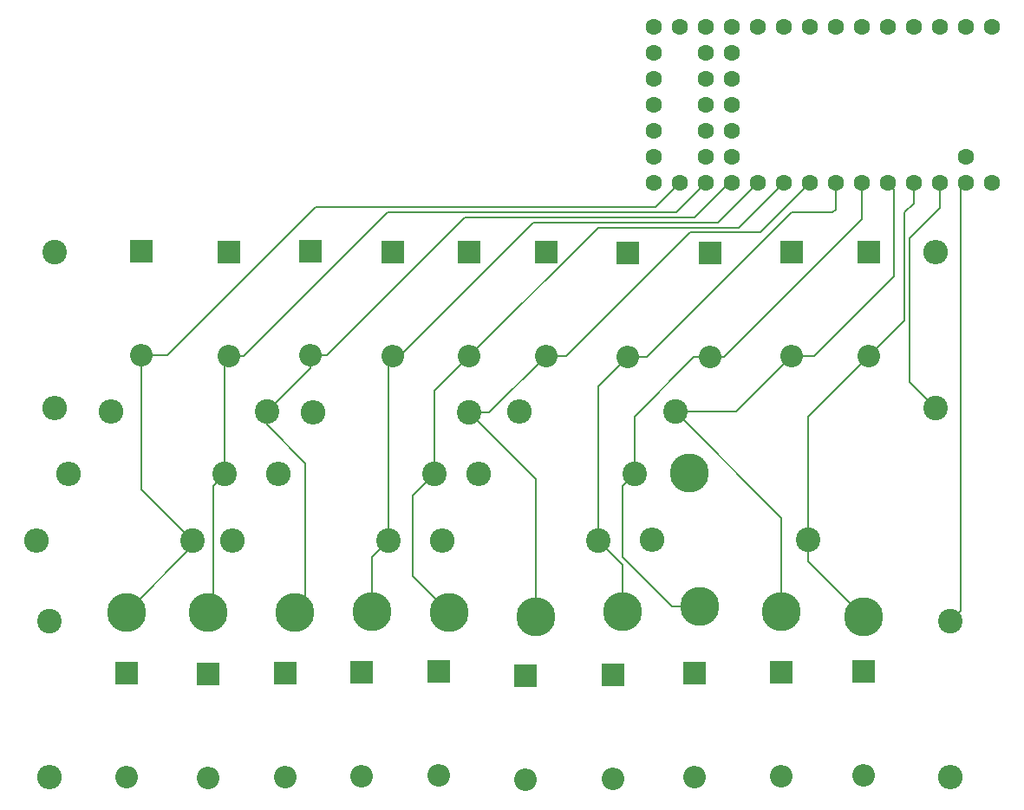
<source format=gbr>
%TF.GenerationSoftware,KiCad,Pcbnew,8.0.1*%
%TF.CreationDate,2024-04-01T06:51:43-04:00*%
%TF.ProjectId,emandoharp,656d616e-646f-4686-9172-702e6b696361,rev?*%
%TF.SameCoordinates,Original*%
%TF.FileFunction,Copper,L2,Bot*%
%TF.FilePolarity,Positive*%
%FSLAX46Y46*%
G04 Gerber Fmt 4.6, Leading zero omitted, Abs format (unit mm)*
G04 Created by KiCad (PCBNEW 8.0.1) date 2024-04-01 06:51:43*
%MOMM*%
%LPD*%
G01*
G04 APERTURE LIST*
%TA.AperFunction,ComponentPad*%
%ADD10C,1.600000*%
%TD*%
%TA.AperFunction,ComponentPad*%
%ADD11R,2.200000X2.200000*%
%TD*%
%TA.AperFunction,ComponentPad*%
%ADD12O,2.200000X2.200000*%
%TD*%
%TA.AperFunction,ComponentPad*%
%ADD13O,2.400000X2.400000*%
%TD*%
%TA.AperFunction,ComponentPad*%
%ADD14C,2.400000*%
%TD*%
%TA.AperFunction,ComponentPad*%
%ADD15C,3.800000*%
%TD*%
%TA.AperFunction,Conductor*%
%ADD16C,0.200000*%
%TD*%
G04 APERTURE END LIST*
D10*
%TO.P,U1,1,GND*%
%TO.N,unconnected-(U1-GND-Pad1)*%
X145510000Y-79380000D03*
%TO.P,U1,2,0_RX1_CRX2_CS1*%
%TO.N,unconnected-(U1-0_RX1_CRX2_CS1-Pad2)*%
X142970000Y-79380000D03*
%TO.P,U1,3,1_TX1_CTX2_MISO1*%
%TO.N,unconnected-(U1-1_TX1_CTX2_MISO1-Pad3)*%
X140430000Y-79380000D03*
%TO.P,U1,4,2_OUT2*%
%TO.N,unconnected-(U1-2_OUT2-Pad4)*%
X137890000Y-79380000D03*
%TO.P,U1,5,3_LRCLK2*%
%TO.N,unconnected-(U1-3_LRCLK2-Pad5)*%
X135350000Y-79380000D03*
%TO.P,U1,6,4_BCLK2*%
%TO.N,unconnected-(U1-4_BCLK2-Pad6)*%
X132810000Y-79380000D03*
%TO.P,U1,7,5_IN2*%
%TO.N,unconnected-(U1-5_IN2-Pad7)*%
X130270000Y-79380000D03*
%TO.P,U1,8,6_OUT1D*%
%TO.N,unconnected-(U1-6_OUT1D-Pad8)*%
X127730000Y-79380000D03*
%TO.P,U1,9,7_RX2_OUT1A*%
%TO.N,unconnected-(U1-7_RX2_OUT1A-Pad9)*%
X125190000Y-79380000D03*
%TO.P,U1,10,8_TX2_IN1*%
%TO.N,unconnected-(U1-8_TX2_IN1-Pad10)*%
X122650000Y-79380000D03*
%TO.P,U1,11,9_OUT1C*%
%TO.N,unconnected-(U1-9_OUT1C-Pad11)*%
X120110000Y-79380000D03*
%TO.P,U1,12,10_CS_MQSR*%
%TO.N,unconnected-(U1-10_CS_MQSR-Pad12)*%
X117570000Y-79380000D03*
%TO.P,U1,13,11_MOSI_CTX1*%
%TO.N,unconnected-(U1-11_MOSI_CTX1-Pad13)*%
X115030000Y-79380000D03*
%TO.P,U1,14,12_MISO_MQSL*%
%TO.N,unconnected-(U1-12_MISO_MQSL-Pad14)*%
X112490000Y-79380000D03*
%TO.P,U1,15,VBAT*%
%TO.N,unconnected-(U1-VBAT-Pad15)*%
X112490000Y-81920000D03*
%TO.P,U1,16,3V3*%
%TO.N,unconnected-(U1-3V3-Pad16)*%
X112490000Y-84460000D03*
%TO.P,U1,17,GND*%
%TO.N,unconnected-(U1-GND-Pad17)*%
X112490000Y-87000000D03*
%TO.P,U1,18,PROGRAM*%
%TO.N,unconnected-(U1-PROGRAM-Pad18)*%
X112490000Y-89540000D03*
%TO.P,U1,19,ON_OFF*%
%TO.N,unconnected-(U1-ON_OFF-Pad19)*%
X112490000Y-92080000D03*
%TO.P,U1,20,13_SCK_CRX1_LED*%
%TO.N,unconnected-(U1-13_SCK_CRX1_LED-Pad20)*%
X112490000Y-94620000D03*
%TO.P,U1,21,14_A0_TX3_SPDIF_OUT*%
%TO.N,Net-(D1-A)*%
X115030000Y-94620000D03*
%TO.P,U1,22,15_A1_RX3_SPDIF_IN*%
%TO.N,Net-(D3-A)*%
X117570000Y-94620000D03*
%TO.P,U1,23,16_A2_RX4_SCL1*%
%TO.N,Net-(D5-A)*%
X120110000Y-94620000D03*
%TO.P,U1,24,17_A3_TX4_SDA1*%
%TO.N,Net-(D7-A)*%
X122650000Y-94620000D03*
%TO.P,U1,25,18_A4_SDA0*%
%TO.N,Net-(D10-K)*%
X125190000Y-94620000D03*
%TO.P,U1,26,19_A5_SCL0*%
%TO.N,Net-(D11-A)*%
X127730000Y-94620000D03*
%TO.P,U1,27,20_A6_TX5_LRCLK1*%
%TO.N,Net-(D13-A)*%
X130270000Y-94620000D03*
%TO.P,U1,28,21_A7_RX5_BCLK1*%
%TO.N,Net-(D15-A)*%
X132810000Y-94620000D03*
%TO.P,U1,29,22_A8_CTX1*%
%TO.N,Net-(D17-A)*%
X135350000Y-94620000D03*
%TO.P,U1,30,23_A9_CRX1_MCLK1*%
%TO.N,Net-(D19-A)*%
X137890000Y-94620000D03*
%TO.P,U1,31,3V3*%
%TO.N,Net-(R2-Pad1)*%
X140430000Y-94620000D03*
%TO.P,U1,32,GND*%
%TO.N,Net-(R1-Pad1)*%
X142970000Y-94620000D03*
%TO.P,U1,33,VIN*%
%TO.N,unconnected-(U1-VIN-Pad33)*%
X145510000Y-94620000D03*
%TO.P,U1,34,VUSB*%
%TO.N,unconnected-(U1-VUSB-Pad34)*%
X142970000Y-92080000D03*
%TO.P,U1,35,24_A10_TX6_SCL2*%
%TO.N,unconnected-(U1-24_A10_TX6_SCL2-Pad35)*%
X117570000Y-92080000D03*
%TO.P,U1,36,25_A11_RX6_SDA2*%
%TO.N,unconnected-(U1-25_A11_RX6_SDA2-Pad36)*%
X120110000Y-92080000D03*
%TO.P,U1,37,26_A12_MOSI1*%
%TO.N,unconnected-(U1-26_A12_MOSI1-Pad37)*%
X117570000Y-89540000D03*
%TO.P,U1,38,27_A13_SCK1*%
%TO.N,unconnected-(U1-27_A13_SCK1-Pad38)*%
X120110000Y-89540000D03*
%TO.P,U1,39,28_RX7*%
%TO.N,unconnected-(U1-28_RX7-Pad39)*%
X117570000Y-87000000D03*
%TO.P,U1,40,29_TX7*%
%TO.N,unconnected-(U1-29_TX7-Pad40)*%
X120110000Y-87000000D03*
%TO.P,U1,41,30_CRX3*%
%TO.N,unconnected-(U1-30_CRX3-Pad41)*%
X117570000Y-84460000D03*
%TO.P,U1,42,31_CTX3*%
%TO.N,unconnected-(U1-31_CTX3-Pad42)*%
X120110000Y-84460000D03*
%TO.P,U1,43,32_OUT1B*%
%TO.N,unconnected-(U1-32_OUT1B-Pad43)*%
X117570000Y-81920000D03*
%TO.P,U1,44,33_MCLK2*%
%TO.N,unconnected-(U1-33_MCLK2-Pad44)*%
X120110000Y-81920000D03*
%TD*%
D11*
%TO.P,D11,1,K*%
%TO.N,Net-(D1-K)*%
X102000000Y-101340000D03*
D12*
%TO.P,D11,2,A*%
%TO.N,Net-(D11-A)*%
X102000000Y-111500000D03*
%TD*%
D13*
%TO.P,R15,2*%
%TO.N,Net-(PC1-Pad1)*%
X112380000Y-129500000D03*
D14*
%TO.P,R15,1*%
%TO.N,Net-(D19-A)*%
X127620000Y-129500000D03*
%TD*%
%TO.P,R14,1*%
%TO.N,Net-(D17-A)*%
X114620000Y-117000000D03*
D13*
%TO.P,R14,2*%
%TO.N,Net-(PC1-Pad1)*%
X99380000Y-117000000D03*
%TD*%
D14*
%TO.P,R13,1*%
%TO.N,Net-(D15-A)*%
X110620000Y-123080000D03*
D13*
%TO.P,R13,2*%
%TO.N,Net-(PC1-Pad1)*%
X95380000Y-123080000D03*
%TD*%
D14*
%TO.P,R12,1*%
%TO.N,Net-(D13-A)*%
X107120000Y-129580000D03*
D13*
%TO.P,R12,2*%
%TO.N,Net-(PC1-Pad1)*%
X91880000Y-129580000D03*
%TD*%
D14*
%TO.P,R11,1*%
%TO.N,Net-(D11-A)*%
X94500000Y-117080000D03*
D13*
%TO.P,R11,2*%
%TO.N,Net-(PC1-Pad1)*%
X79260000Y-117080000D03*
%TD*%
D14*
%TO.P,R9,1*%
%TO.N,Net-(D10-K)*%
X91120000Y-123080000D03*
D13*
%TO.P,R9,2*%
%TO.N,Net-(PC1-Pad1)*%
X75880000Y-123080000D03*
%TD*%
D14*
%TO.P,R8,1*%
%TO.N,Net-(D7-A)*%
X86620000Y-129580000D03*
D13*
%TO.P,R8,2*%
%TO.N,Net-(PC1-Pad1)*%
X71380000Y-129580000D03*
%TD*%
%TO.P,R7,2*%
%TO.N,Net-(PC1-Pad1)*%
X59500000Y-117000000D03*
D14*
%TO.P,R7,1*%
%TO.N,Net-(D5-A)*%
X74740000Y-117000000D03*
%TD*%
%TO.P,R6,1*%
%TO.N,Net-(D3-A)*%
X70620000Y-123080000D03*
D13*
%TO.P,R6,2*%
%TO.N,Net-(PC1-Pad1)*%
X55380000Y-123080000D03*
%TD*%
D14*
%TO.P,R5,1*%
%TO.N,Net-(D1-A)*%
X67500000Y-129580000D03*
D13*
%TO.P,R5,2*%
%TO.N,Net-(PC1-Pad1)*%
X52260000Y-129580000D03*
%TD*%
%TO.P,R4,2*%
%TO.N,Net-(D10-A)*%
X53500000Y-152700000D03*
D14*
%TO.P,R4,1*%
%TO.N,Net-(PC1-Pad1)*%
X53500000Y-137460000D03*
%TD*%
D13*
%TO.P,R3,2*%
%TO.N,Net-(PC1-Pad1)*%
X54000000Y-116580000D03*
D14*
%TO.P,R3,1*%
%TO.N,Net-(D1-K)*%
X54000000Y-101340000D03*
%TD*%
D13*
%TO.P,R2,2*%
%TO.N,Net-(D1-K)*%
X140000000Y-101380000D03*
D14*
%TO.P,R2,1*%
%TO.N,Net-(R2-Pad1)*%
X140000000Y-116620000D03*
%TD*%
%TO.P,R1,1*%
%TO.N,Net-(R1-Pad1)*%
X141500000Y-137460000D03*
D13*
%TO.P,R1,2*%
%TO.N,Net-(D10-A)*%
X141500000Y-152700000D03*
%TD*%
D15*
%TO.P,PC1,1,1*%
%TO.N,Net-(PC1-Pad1)*%
X116000000Y-123000000D03*
%TD*%
%TO.P,P10,1,1*%
%TO.N,Net-(D19-A)*%
X133000000Y-137000000D03*
%TD*%
%TO.P,P9,1,1*%
%TO.N,Net-(D17-A)*%
X125000000Y-136500000D03*
%TD*%
%TO.P,P8,1,1*%
%TO.N,Net-(D15-A)*%
X117000000Y-136000000D03*
%TD*%
%TO.P,P7,1,1*%
%TO.N,Net-(D13-A)*%
X109500000Y-136500000D03*
%TD*%
%TO.P,P6,1,1*%
%TO.N,Net-(D11-A)*%
X101000000Y-137000000D03*
%TD*%
%TO.P,P5,1,1*%
%TO.N,Net-(D10-K)*%
X92500000Y-136580000D03*
%TD*%
%TO.P,P4,1,1*%
%TO.N,Net-(D7-A)*%
X85000000Y-136500000D03*
%TD*%
%TO.P,P3,1,1*%
%TO.N,Net-(D5-A)*%
X77500000Y-136580000D03*
%TD*%
%TO.P,P2,1,1*%
%TO.N,Net-(D3-A)*%
X69000000Y-136580000D03*
%TD*%
%TO.P,P1,1,1*%
%TO.N,Net-(D1-A)*%
X61000000Y-136580000D03*
%TD*%
D12*
%TO.P,D20,2,A*%
%TO.N,Net-(D10-A)*%
X133000000Y-152520000D03*
D11*
%TO.P,D20,1,K*%
%TO.N,Net-(D19-A)*%
X133000000Y-142360000D03*
%TD*%
%TO.P,D19,1,K*%
%TO.N,Net-(D1-K)*%
X133500000Y-101420000D03*
D12*
%TO.P,D19,2,A*%
%TO.N,Net-(D19-A)*%
X133500000Y-111580000D03*
%TD*%
%TO.P,D18,2,A*%
%TO.N,Net-(D10-A)*%
X125000000Y-152600000D03*
D11*
%TO.P,D18,1,K*%
%TO.N,Net-(D17-A)*%
X125000000Y-142440000D03*
%TD*%
D12*
%TO.P,D17,2,A*%
%TO.N,Net-(D17-A)*%
X126000000Y-111580000D03*
D11*
%TO.P,D17,1,K*%
%TO.N,Net-(D1-K)*%
X126000000Y-101420000D03*
%TD*%
%TO.P,D16,1,K*%
%TO.N,Net-(D15-A)*%
X116500000Y-142500000D03*
D12*
%TO.P,D16,2,A*%
%TO.N,Net-(D10-A)*%
X116500000Y-152660000D03*
%TD*%
D11*
%TO.P,D15,1,K*%
%TO.N,Net-(D1-K)*%
X118000000Y-101500000D03*
D12*
%TO.P,D15,2,A*%
%TO.N,Net-(D15-A)*%
X118000000Y-111660000D03*
%TD*%
D11*
%TO.P,D14,1,K*%
%TO.N,Net-(D13-A)*%
X108500000Y-142680000D03*
D12*
%TO.P,D14,2,A*%
%TO.N,Net-(D10-A)*%
X108500000Y-152840000D03*
%TD*%
D11*
%TO.P,D13,1,K*%
%TO.N,Net-(D1-K)*%
X110000000Y-101500000D03*
D12*
%TO.P,D13,2,A*%
%TO.N,Net-(D13-A)*%
X110000000Y-111660000D03*
%TD*%
D11*
%TO.P,D12,1,K*%
%TO.N,Net-(D11-A)*%
X100000000Y-142760000D03*
D12*
%TO.P,D12,2,A*%
%TO.N,Net-(D10-A)*%
X100000000Y-152920000D03*
%TD*%
%TO.P,D10,2,A*%
%TO.N,Net-(D10-A)*%
X91500000Y-152500000D03*
D11*
%TO.P,D10,1,K*%
%TO.N,Net-(D10-K)*%
X91500000Y-142340000D03*
%TD*%
%TO.P,D9,1,K*%
%TO.N,Net-(D1-K)*%
X94500000Y-101420000D03*
D12*
%TO.P,D9,2,A*%
%TO.N,Net-(D10-K)*%
X94500000Y-111580000D03*
%TD*%
%TO.P,D8,2,A*%
%TO.N,Net-(D10-A)*%
X84000000Y-152580000D03*
D11*
%TO.P,D8,1,K*%
%TO.N,Net-(D7-A)*%
X84000000Y-142420000D03*
%TD*%
%TO.P,D7,1,K*%
%TO.N,Net-(D1-K)*%
X87000000Y-101420000D03*
D12*
%TO.P,D7,2,A*%
%TO.N,Net-(D7-A)*%
X87000000Y-111580000D03*
%TD*%
D11*
%TO.P,D6,1,K*%
%TO.N,Net-(D5-A)*%
X76500000Y-142500000D03*
D12*
%TO.P,D6,2,A*%
%TO.N,Net-(D10-A)*%
X76500000Y-152660000D03*
%TD*%
%TO.P,D5,2,A*%
%TO.N,Net-(D5-A)*%
X79000000Y-111460000D03*
D11*
%TO.P,D5,1,K*%
%TO.N,Net-(D1-K)*%
X79000000Y-101300000D03*
%TD*%
%TO.P,D4,1,K*%
%TO.N,Net-(D3-A)*%
X69000000Y-142580000D03*
D12*
%TO.P,D4,2,A*%
%TO.N,Net-(D10-A)*%
X69000000Y-152740000D03*
%TD*%
D11*
%TO.P,D3,1,K*%
%TO.N,Net-(D1-K)*%
X71000000Y-101380000D03*
D12*
%TO.P,D3,2,A*%
%TO.N,Net-(D3-A)*%
X71000000Y-111540000D03*
%TD*%
%TO.P,D2,2,A*%
%TO.N,Net-(D10-A)*%
X61000000Y-152660000D03*
D11*
%TO.P,D2,1,K*%
%TO.N,Net-(D1-A)*%
X61000000Y-142500000D03*
%TD*%
D12*
%TO.P,D1,2,A*%
%TO.N,Net-(D1-A)*%
X62500000Y-111460000D03*
D11*
%TO.P,D1,1,K*%
%TO.N,Net-(D1-K)*%
X62500000Y-101300000D03*
%TD*%
D16*
%TO.N,Net-(D19-A)*%
X133500000Y-111580000D02*
X137000000Y-108080000D01*
X137000000Y-97500000D02*
X137890000Y-96610000D01*
X137890000Y-96610000D02*
X137890000Y-94620000D01*
X137000000Y-108080000D02*
X137000000Y-97500000D01*
%TO.N,Net-(R2-Pad1)*%
X140000000Y-116620000D02*
X137500000Y-114120000D01*
X137500000Y-114120000D02*
X137500000Y-100000000D01*
X137500000Y-100000000D02*
X140430000Y-97070000D01*
X140430000Y-97070000D02*
X140430000Y-94620000D01*
%TO.N,Net-(D13-A)*%
X110000000Y-111660000D02*
X111840000Y-111660000D01*
X111840000Y-111660000D02*
X126000000Y-97500000D01*
X126000000Y-97500000D02*
X130000000Y-97500000D01*
X130000000Y-97500000D02*
X130270000Y-97230000D01*
X130270000Y-97230000D02*
X130270000Y-94620000D01*
%TO.N,Net-(D11-A)*%
X127730000Y-94620000D02*
X122950000Y-99400000D01*
X122950000Y-99400000D02*
X116100000Y-99400000D01*
X116100000Y-99400000D02*
X104000000Y-111500000D01*
X104000000Y-111500000D02*
X102000000Y-111500000D01*
%TO.N,Net-(D7-A)*%
X87000000Y-111580000D02*
X87710000Y-111580000D01*
X87710000Y-111580000D02*
X100790000Y-98500000D01*
X100790000Y-98500000D02*
X118770000Y-98500000D01*
X118770000Y-98500000D02*
X122650000Y-94620000D01*
%TO.N,Net-(D5-A)*%
X79000000Y-111460000D02*
X80600000Y-111460000D01*
X80600000Y-111460000D02*
X94060000Y-98000000D01*
X94060000Y-98000000D02*
X116500000Y-98000000D01*
X116500000Y-98000000D02*
X119880000Y-94620000D01*
X119880000Y-94620000D02*
X120110000Y-94620000D01*
%TO.N,Net-(D3-A)*%
X71000000Y-111540000D02*
X72460000Y-111540000D01*
X72460000Y-111540000D02*
X86500000Y-97500000D01*
X86500000Y-97500000D02*
X114690000Y-97500000D01*
X114690000Y-97500000D02*
X117570000Y-94620000D01*
%TO.N,Net-(D1-A)*%
X62500000Y-111460000D02*
X65043909Y-111460000D01*
X65043909Y-111460000D02*
X79503909Y-97000000D01*
X79503909Y-97000000D02*
X112650000Y-97000000D01*
X112650000Y-97000000D02*
X115030000Y-94620000D01*
%TO.N,Net-(D3-A)*%
X69000000Y-136580000D02*
X69500000Y-136080000D01*
X69500000Y-136080000D02*
X69500000Y-124200000D01*
X69500000Y-124200000D02*
X70620000Y-123080000D01*
%TO.N,Net-(D10-K)*%
X92500000Y-136580000D02*
X89000000Y-133080000D01*
X89000000Y-133080000D02*
X89000000Y-125200000D01*
X89000000Y-125200000D02*
X91120000Y-123080000D01*
%TO.N,Net-(D5-A)*%
X77500000Y-136580000D02*
X78500000Y-135580000D01*
X78500000Y-135580000D02*
X78500000Y-122000000D01*
X78500000Y-122000000D02*
X74740000Y-118240000D01*
X74740000Y-118240000D02*
X74740000Y-117000000D01*
%TO.N,Net-(D15-A)*%
X117000000Y-136000000D02*
X114312995Y-136000000D01*
X114312995Y-136000000D02*
X109500000Y-131187005D01*
X109500000Y-131187005D02*
X109500000Y-124200000D01*
X109500000Y-124200000D02*
X110620000Y-123080000D01*
%TO.N,Net-(R1-Pad1)*%
X141500000Y-137460000D02*
X142500000Y-136460000D01*
X142500000Y-136460000D02*
X142500000Y-95090000D01*
X142500000Y-95090000D02*
X142970000Y-94620000D01*
%TO.N,Net-(D17-A)*%
X126000000Y-111580000D02*
X128210000Y-111580000D01*
X128210000Y-111580000D02*
X136000000Y-103790000D01*
X136000000Y-95270000D02*
X135350000Y-94620000D01*
X136000000Y-103790000D02*
X136000000Y-95270000D01*
%TO.N,Net-(D15-A)*%
X118000000Y-111660000D02*
X119340000Y-111660000D01*
X119340000Y-111660000D02*
X132810000Y-98190000D01*
X132810000Y-98190000D02*
X132810000Y-94620000D01*
%TO.N,Net-(D10-K)*%
X94500000Y-111580000D02*
X107080000Y-99000000D01*
X107080000Y-99000000D02*
X120810000Y-99000000D01*
X120810000Y-99000000D02*
X125190000Y-94620000D01*
%TO.N,Net-(D19-A)*%
X127620000Y-129500000D02*
X127620000Y-117460000D01*
X127620000Y-117460000D02*
X133500000Y-111580000D01*
X133000000Y-137000000D02*
X127620000Y-131620000D01*
X127620000Y-131620000D02*
X127620000Y-129500000D01*
%TO.N,Net-(D17-A)*%
X126000000Y-111580000D02*
X126000000Y-111500000D01*
X114620000Y-117000000D02*
X120580000Y-117000000D01*
X120580000Y-117000000D02*
X126000000Y-111580000D01*
X125000000Y-136500000D02*
X125000000Y-127380000D01*
X125000000Y-127380000D02*
X114620000Y-117000000D01*
%TO.N,Net-(D15-A)*%
X110620000Y-123080000D02*
X110620000Y-117484366D01*
X110620000Y-117484366D02*
X116444366Y-111660000D01*
X116444366Y-111660000D02*
X118000000Y-111660000D01*
%TO.N,Net-(D13-A)*%
X107120000Y-129580000D02*
X107120000Y-114540000D01*
X107120000Y-114540000D02*
X110000000Y-111660000D01*
X109500000Y-136500000D02*
X109500000Y-131960000D01*
X109500000Y-131960000D02*
X107120000Y-129580000D01*
%TO.N,Net-(D11-A)*%
X102000000Y-111500000D02*
X102800000Y-111500000D01*
X94500000Y-117080000D02*
X96420000Y-117080000D01*
X96420000Y-117080000D02*
X102000000Y-111500000D01*
X101000000Y-137000000D02*
X101000000Y-123580000D01*
X101000000Y-123580000D02*
X94500000Y-117080000D01*
%TO.N,Net-(D10-K)*%
X91120000Y-123080000D02*
X91120000Y-114960000D01*
X91120000Y-114960000D02*
X94500000Y-111580000D01*
%TO.N,Net-(D7-A)*%
X86620000Y-129580000D02*
X86620000Y-111960000D01*
X86620000Y-111960000D02*
X87000000Y-111580000D01*
X85000000Y-136500000D02*
X85000000Y-131200000D01*
X85000000Y-131200000D02*
X86620000Y-129580000D01*
%TO.N,Net-(D5-A)*%
X74740000Y-117000000D02*
X79000000Y-112740000D01*
X79000000Y-112740000D02*
X79000000Y-111460000D01*
%TO.N,Net-(D3-A)*%
X70620000Y-123080000D02*
X70620000Y-111920000D01*
%TO.N,Net-(D1-A)*%
X67500000Y-129580000D02*
X62500000Y-124580000D01*
X62500000Y-124580000D02*
X62500000Y-111460000D01*
X61000000Y-136580000D02*
X67500000Y-130080000D01*
X67500000Y-130080000D02*
X67500000Y-129580000D01*
%TO.N,Net-(PC1-Pad1)*%
X53000000Y-130320000D02*
X52260000Y-129580000D01*
X52880000Y-137580000D02*
X53000000Y-137460000D01*
%TD*%
M02*

</source>
